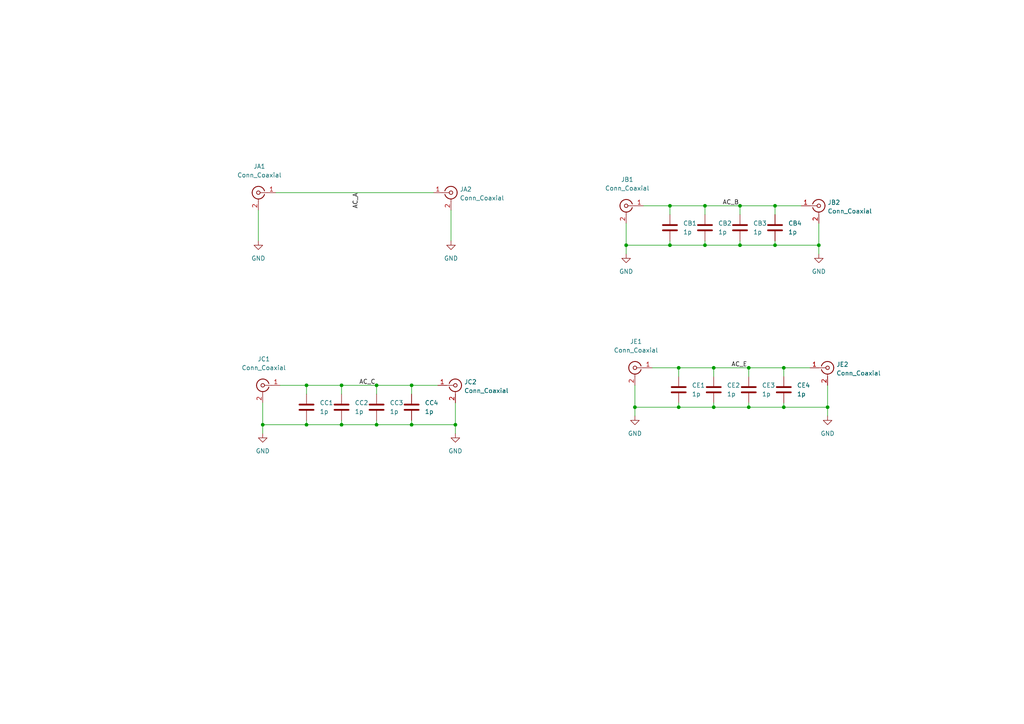
<source format=kicad_sch>
(kicad_sch (version 20230121) (generator eeschema)
  (paper "A4")
  (lib_symbols
    (symbol "Connector:Conn_Coaxial" (pin_names (offset 1.016) hide)
      (property "Reference" "J" (at 0.254 3.048 0))
      (property "Value" "Conn_Coaxial" (at 2.921 0 90))
      (symbol "Conn_Coaxial_0_1"
        (arc (start -1.778 -0.508) (mid 0.222 -1.808) (end 1.778 0) (stroke (width 0.254)))
        (polyline (pts (xy -2.54 0) (xy -0.508 0)))
        (polyline (pts (xy 0 -2.54) (xy 0 -1.778)))
        (circle (center 0 0) (radius 0.508) (stroke (width 0.2032)))
        (arc (start 1.778 0) (mid 0.222 1.8083) (end -1.778 0.508) (stroke (width 0.254)))
      )
      (symbol "Conn_Coaxial_1_1"
        (pin passive line (at -5.08 0 0) (length 2.54) (name "In") (number "1"))
        (pin passive line (at 0 -5.08 90) (length 2.54) (name "Ext") (number "2"))
      )
    )
    (symbol "Device:C" (pin_numbers hide) (pin_names (offset 0.254))
      (property "Reference" "C" (at 0.635 2.54 0))
      (property "Value" "C" (at 0.635 -2.54 0))
      (symbol "C_0_1"
        (polyline (pts (xy -2.032 -0.762) (xy 2.032 -0.762)) (stroke (width 0.508)))
        (polyline (pts (xy -2.032 0.762) (xy 2.032 0.762)) (stroke (width 0.508)))
      )
      (symbol "C_1_1"
        (pin passive line (at 0 3.81 270) (length 2.794) (name "~") (number "1"))
        (pin passive line (at 0 -3.81 90) (length 2.794) (name "~") (number "2"))
      )
    )
    (symbol "power:GND" (power) (pin_names (offset 0))
      (property "Value" "GND" (at 0 -3.81 0))
      (symbol "GND_0_1"
        (polyline (pts (xy 0 0) (xy 0 -1.27) (xy 1.27 -1.27) (xy 0 -2.54) (xy -1.27 -1.27) (xy 0 -1.27)))
      )
      (symbol "GND_1_1"
        (pin power_in line (at 0 0 270) (length 0) hide (name "GND") (number "1"))
      )
    )
  )
  (junction (at 224.79 59.69))
  (junction (at 240.03 118.11))
  (junction (at 196.85 106.68))
  (junction (at 184.15 118.11))
  (junction (at 181.61 71.12))
  (junction (at 227.33 106.68))
  (junction (at 132.08 123.19))
  (junction (at 237.49 71.12))
  (junction (at 204.47 71.12))
  (junction (at 214.63 71.12))
  (junction (at 88.9 111.76))
  (junction (at 119.38 123.19))
  (junction (at 99.06 111.76))
  (junction (at 99.06 123.19))
  (junction (at 194.31 59.69))
  (junction (at 227.33 118.11))
  (junction (at 76.2 123.19))
  (junction (at 88.9 123.19))
  (junction (at 217.17 118.11))
  (junction (at 109.22 111.76))
  (junction (at 194.31 71.12))
  (junction (at 207.01 106.68))
  (junction (at 196.85 118.11))
  (junction (at 109.22 123.19))
  (junction (at 214.63 59.69))
  (junction (at 224.79 71.12))
  (junction (at 207.01 118.11))
  (junction (at 204.47 59.69))
  (junction (at 217.17 106.68))
  (junction (at 119.38 111.76))
  (wire (pts (xy 196.85 106.68) (xy 196.85 109.22)))
  (wire (pts (xy 119.38 123.19) (xy 132.08 123.19)))
  (wire (pts (xy 119.38 111.76) (xy 127 111.76)))
  (wire (pts (xy 184.15 118.11) (xy 184.15 111.76)))
  (wire (pts (xy 119.38 121.92) (xy 119.38 123.19)))
  (wire (pts (xy 224.79 59.69) (xy 224.79 62.23)))
  (wire (pts (xy 214.63 69.85) (xy 214.63 71.12)))
  (wire (pts (xy 189.23 106.68) (xy 196.85 106.68)))
  (wire (pts (xy 186.69 59.69) (xy 194.31 59.69)))
  (wire (pts (xy 88.9 123.19) (xy 76.2 123.19)))
  (wire (pts (xy 227.33 116.84) (xy 227.33 118.11)))
  (wire (pts (xy 194.31 69.85) (xy 194.31 71.12)))
  (wire (pts (xy 109.22 123.19) (xy 99.06 123.19)))
  (wire (pts (xy 99.06 121.92) (xy 99.06 123.19)))
  (wire (pts (xy 184.15 120.65) (xy 184.15 118.11)))
  (wire (pts (xy 224.79 71.12) (xy 237.49 71.12)))
  (wire (pts (xy 240.03 118.11) (xy 240.03 120.65)))
  (wire (pts (xy 181.61 71.12) (xy 181.61 64.77)))
  (wire (pts (xy 196.85 116.84) (xy 196.85 118.11)))
  (wire (pts (xy 214.63 59.69) (xy 224.79 59.69)))
  (wire (pts (xy 132.08 123.19) (xy 132.08 125.73)))
  (wire (pts (xy 204.47 59.69) (xy 204.47 62.23)))
  (wire (pts (xy 217.17 116.84) (xy 217.17 118.11)))
  (wire (pts (xy 237.49 71.12) (xy 237.49 73.66)))
  (wire (pts (xy 88.9 121.92) (xy 88.9 123.19)))
  (wire (pts (xy 109.22 121.92) (xy 109.22 123.19)))
  (wire (pts (xy 130.81 60.96) (xy 130.81 69.85)))
  (wire (pts (xy 119.38 111.76) (xy 119.38 114.3)))
  (wire (pts (xy 76.2 125.73) (xy 76.2 123.19)))
  (wire (pts (xy 204.47 71.12) (xy 194.31 71.12)))
  (wire (pts (xy 81.28 111.76) (xy 88.9 111.76)))
  (wire (pts (xy 240.03 111.76) (xy 240.03 118.11)))
  (wire (pts (xy 224.79 59.69) (xy 232.41 59.69)))
  (wire (pts (xy 99.06 123.19) (xy 88.9 123.19)))
  (wire (pts (xy 80.01 55.88) (xy 125.73 55.88)))
  (wire (pts (xy 217.17 106.68) (xy 227.33 106.68)))
  (wire (pts (xy 204.47 69.85) (xy 204.47 71.12)))
  (wire (pts (xy 99.06 111.76) (xy 99.06 114.3)))
  (wire (pts (xy 76.2 123.19) (xy 76.2 116.84)))
  (wire (pts (xy 217.17 106.68) (xy 217.17 109.22)))
  (wire (pts (xy 227.33 106.68) (xy 227.33 109.22)))
  (wire (pts (xy 224.79 71.12) (xy 214.63 71.12)))
  (wire (pts (xy 224.79 69.85) (xy 224.79 71.12)))
  (wire (pts (xy 196.85 106.68) (xy 207.01 106.68)))
  (wire (pts (xy 207.01 118.11) (xy 196.85 118.11)))
  (wire (pts (xy 181.61 73.66) (xy 181.61 71.12)))
  (wire (pts (xy 196.85 118.11) (xy 184.15 118.11)))
  (wire (pts (xy 227.33 106.68) (xy 234.95 106.68)))
  (wire (pts (xy 74.93 60.96) (xy 74.93 69.85)))
  (wire (pts (xy 109.22 111.76) (xy 109.22 114.3)))
  (wire (pts (xy 99.06 111.76) (xy 109.22 111.76)))
  (wire (pts (xy 119.38 123.19) (xy 109.22 123.19)))
  (wire (pts (xy 194.31 59.69) (xy 194.31 62.23)))
  (wire (pts (xy 194.31 71.12) (xy 181.61 71.12)))
  (wire (pts (xy 207.01 116.84) (xy 207.01 118.11)))
  (wire (pts (xy 217.17 118.11) (xy 207.01 118.11)))
  (wire (pts (xy 88.9 111.76) (xy 88.9 114.3)))
  (wire (pts (xy 194.31 59.69) (xy 204.47 59.69)))
  (wire (pts (xy 207.01 106.68) (xy 217.17 106.68)))
  (wire (pts (xy 132.08 116.84) (xy 132.08 123.19)))
  (wire (pts (xy 227.33 118.11) (xy 217.17 118.11)))
  (wire (pts (xy 214.63 71.12) (xy 204.47 71.12)))
  (wire (pts (xy 204.47 59.69) (xy 214.63 59.69)))
  (wire (pts (xy 227.33 118.11) (xy 240.03 118.11)))
  (wire (pts (xy 88.9 111.76) (xy 99.06 111.76)))
  (wire (pts (xy 109.22 111.76) (xy 119.38 111.76)))
  (wire (pts (xy 237.49 64.77) (xy 237.49 71.12)))
  (wire (pts (xy 214.63 59.69) (xy 214.63 62.23)))
  (wire (pts (xy 207.01 106.68) (xy 207.01 109.22)))
  (label "AC_C" (at 104.14 111.76 0))
  (label "AC_E" (at 212.09 106.68 0))
  (label "AC_B" (at 209.55 59.69 0))
  (label "AC_A" (at 104.14 55.88 270))
  (symbol (lib_id "Device:C") (at 88.9 118.11 0) (unit 1)
    (property "Reference" "CC1" (at 92.71 116.8399 0) (effects (justify left)))
    (property "Value" "1p" (at 92.71 119.3799 0) (effects (justify left)))
    (property "Footprint" "Capacitor_SMD:C_0603_1608Metric_Pad1.08x0.95mm_HandSolder" (effects hide))
  )
  (symbol (lib_id "power:GND") (at 132.08 125.73 0) (unit 1)
    (property "Reference" "#PWR?" (effects hide))
    (property "Value" "GND" (at 132.08 130.81 0))
  )
  (symbol (lib_id "power:GND") (at 181.61 73.66 0) (unit 1)
    (property "Reference" "#PWR0104" (effects hide))
    (property "Value" "GND" (at 181.61 78.74 0))
  )
  (symbol (lib_id "power:GND") (at 184.15 120.65 0) (unit 1)
    (property "Reference" "#PWR?" (effects hide))
    (property "Value" "GND" (at 184.15 125.73 0))
  )
  (symbol (lib_id "Connector:Conn_Coaxial") (at 74.93 55.88 0) (mirror y) (unit 1)
    (property "Reference" "JA1" (at 75.2474 48.26 0))
    (property "Value" "Conn_Coaxial" (at 75.2474 50.8 0))
    (property "Footprint" "Connector_Coaxial:SMA_Molex_73251-1153_EdgeMount_Horizontal" (effects hide))
    (property "Datasheet" " ~" (effects hide))
  )
  (symbol (lib_id "Connector:Conn_Coaxial") (at 237.49 59.69 0) (unit 1)
    (property "Reference" "JB2" (at 240.03 58.7131 0) (effects (justify left)))
    (property "Value" "Conn_Coaxial" (at 240.03 61.2531 0) (effects (justify left)))
    (property "Footprint" "Connector_Coaxial:SMA_Molex_73251-1153_EdgeMount_Horizontal" (effects hide))
    (property "Datasheet" " ~" (effects hide))
  )
  (symbol (lib_id "Device:C") (at 227.33 113.03 0) (unit 1)
    (property "Reference" "CE4" (at 231.14 111.7599 0) (effects (justify left)))
    (property "Value" "1p" (at 231.14 114.2999 0) (effects (justify left)))
    (property "Footprint" "Capacitor_SMD:C_0603_1608Metric_Pad1.08x0.95mm_HandSolder" (effects hide))
  )
  (symbol (lib_id "power:GND") (at 237.49 73.66 0) (unit 1)
    (property "Reference" "#PWR0103" (effects hide))
    (property "Value" "GND" (at 237.49 78.74 0))
  )
  (symbol (lib_id "Connector:Conn_Coaxial") (at 184.15 106.68 0) (mirror y) (unit 1)
    (property "Reference" "JE1" (at 184.4674 99.06 0))
    (property "Value" "Conn_Coaxial" (at 184.4674 101.6 0))
    (property "Footprint" "Connector_Coaxial:SMA_Molex_73251-1153_EdgeMount_Horizontal" (effects hide))
    (property "Datasheet" " ~" (effects hide))
  )
  (symbol (lib_id "Device:C") (at 217.17 113.03 0) (unit 1)
    (property "Reference" "CE3" (at 220.98 111.7599 0) (effects (justify left)))
    (property "Value" "1p" (at 220.98 114.2999 0) (effects (justify left)))
    (property "Footprint" "Capacitor_SMD:C_0603_1608Metric_Pad1.08x0.95mm_HandSolder" (effects hide))
  )
  (symbol (lib_id "Device:C") (at 196.85 113.03 0) (unit 1)
    (property "Reference" "CE1" (at 200.66 111.7599 0) (effects (justify left)))
    (property "Value" "1p" (at 200.66 114.2999 0) (effects (justify left)))
    (property "Footprint" "Capacitor_SMD:C_0603_1608Metric_Pad1.08x0.95mm_HandSolder" (effects hide))
  )
  (symbol (lib_id "Device:C") (at 204.47 66.04 0) (unit 1)
    (property "Reference" "CB2" (at 208.28 64.7699 0) (effects (justify left)))
    (property "Value" "1p" (at 208.28 67.3099 0) (effects (justify left)))
    (property "Footprint" "Capacitor_SMD:C_0603_1608Metric_Pad1.08x0.95mm_HandSolder" (effects hide))
  )
  (symbol (lib_id "Device:C") (at 99.06 118.11 0) (unit 1)
    (property "Reference" "CC2" (at 102.87 116.8399 0) (effects (justify left)))
    (property "Value" "1p" (at 102.87 119.3799 0) (effects (justify left)))
    (property "Footprint" "Capacitor_SMD:C_0603_1608Metric_Pad1.08x0.95mm_HandSolder" (effects hide))
  )
  (symbol (lib_id "Device:C") (at 109.22 118.11 0) (unit 1)
    (property "Reference" "CC3" (at 113.03 116.8399 0) (effects (justify left)))
    (property "Value" "1p" (at 113.03 119.3799 0) (effects (justify left)))
    (property "Footprint" "Capacitor_SMD:C_0603_1608Metric_Pad1.08x0.95mm_HandSolder" (effects hide))
  )
  (symbol (lib_id "power:GND") (at 74.93 69.85 0) (unit 1)
    (property "Reference" "#PWR0101" (effects hide))
    (property "Value" "GND" (at 74.93 74.93 0))
  )
  (symbol (lib_id "power:GND") (at 240.03 120.65 0) (unit 1)
    (property "Reference" "#PWR?" (effects hide))
    (property "Value" "GND" (at 240.03 125.73 0))
  )
  (symbol (lib_id "power:GND") (at 130.81 69.85 0) (unit 1)
    (property "Reference" "#PWR0102" (effects hide))
    (property "Value" "GND" (at 130.81 74.93 0))
  )
  (symbol (lib_id "Connector:Conn_Coaxial") (at 132.08 111.76 0) (unit 1)
    (property "Reference" "JC2" (at 134.62 110.7831 0) (effects (justify left)))
    (property "Value" "Conn_Coaxial" (at 134.62 113.3231 0) (effects (justify left)))
    (property "Footprint" "Connector_Coaxial:SMA_Molex_73251-1153_EdgeMount_Horizontal" (effects hide))
    (property "Datasheet" " ~" (effects hide))
  )
  (symbol (lib_id "Device:C") (at 207.01 113.03 0) (unit 1)
    (property "Reference" "CE2" (at 210.82 111.7599 0) (effects (justify left)))
    (property "Value" "1p" (at 210.82 114.2999 0) (effects (justify left)))
    (property "Footprint" "Capacitor_SMD:C_0603_1608Metric_Pad1.08x0.95mm_HandSolder" (effects hide))
  )
  (symbol (lib_id "Device:C") (at 119.38 118.11 0) (unit 1)
    (property "Reference" "CC4" (at 123.19 116.8399 0) (effects (justify left)))
    (property "Value" "1p" (at 123.19 119.3799 0) (effects (justify left)))
    (property "Footprint" "Capacitor_SMD:C_0603_1608Metric_Pad1.08x0.95mm_HandSolder" (effects hide))
  )
  (symbol (lib_id "Connector:Conn_Coaxial") (at 181.61 59.69 0) (mirror y) (unit 1)
    (property "Reference" "JB1" (at 181.9274 52.07 0))
    (property "Value" "Conn_Coaxial" (at 181.9274 54.61 0))
    (property "Footprint" "Connector_Coaxial:SMA_Molex_73251-1153_EdgeMount_Horizontal" (effects hide))
    (property "Datasheet" " ~" (effects hide))
  )
  (symbol (lib_id "Connector:Conn_Coaxial") (at 240.03 106.68 0) (unit 1)
    (property "Reference" "JE2" (at 242.57 105.7031 0) (effects (justify left)))
    (property "Value" "Conn_Coaxial" (at 242.57 108.2431 0) (effects (justify left)))
    (property "Footprint" "Connector_Coaxial:SMA_Molex_73251-1153_EdgeMount_Horizontal" (effects hide))
    (property "Datasheet" " ~" (effects hide))
  )
  (symbol (lib_id "Connector:Conn_Coaxial") (at 76.2 111.76 0) (mirror y) (unit 1)
    (property "Reference" "JC1" (at 76.5174 104.14 0))
    (property "Value" "Conn_Coaxial" (at 76.5174 106.68 0))
    (property "Footprint" "Connector_Coaxial:SMA_Molex_73251-1153_EdgeMount_Horizontal" (effects hide))
    (property "Datasheet" " ~" (effects hide))
  )
  (symbol (lib_id "Device:C") (at 194.31 66.04 0) (unit 1)
    (property "Reference" "CB1" (at 198.12 64.7699 0) (effects (justify left)))
    (property "Value" "1p" (at 198.12 67.3099 0) (effects (justify left)))
    (property "Footprint" "Capacitor_SMD:C_0603_1608Metric_Pad1.08x0.95mm_HandSolder" (effects hide))
  )
  (symbol (lib_id "Connector:Conn_Coaxial") (at 130.81 55.88 0) (unit 1)
    (property "Reference" "JA2" (at 133.35 54.9031 0) (effects (justify left)))
    (property "Value" "Conn_Coaxial" (at 133.35 57.4431 0) (effects (justify left)))
    (property "Footprint" "Connector_Coaxial:SMA_Molex_73251-1153_EdgeMount_Horizontal" (effects hide))
    (property "Datasheet" " ~" (effects hide))
  )
  (symbol (lib_id "power:GND") (at 76.2 125.73 0) (unit 1)
    (property "Reference" "#PWR?" (effects hide))
    (property "Value" "GND" (at 76.2 130.81 0))
  )
  (symbol (lib_id "Device:C") (at 224.79 66.04 0) (unit 1)
    (property "Reference" "CB4" (at 228.6 64.7699 0) (effects (justify left)))
    (property "Value" "1p" (at 228.6 67.3099 0) (effects (justify left)))
    (property "Footprint" "Capacitor_SMD:C_0603_1608Metric_Pad1.08x0.95mm_HandSolder" (effects hide))
  )
  (symbol (lib_id "Device:C") (at 214.63 66.04 0) (unit 1)
    (property "Reference" "CB3" (at 218.44 64.7699 0) (effects (justify left)))
    (property "Value" "1p" (at 218.44 67.3099 0) (effects (justify left)))
    (property "Footprint" "Capacitor_SMD:C_0603_1608Metric_Pad1.08x0.95mm_HandSolder" (effects hide))
  )
)
</source>
